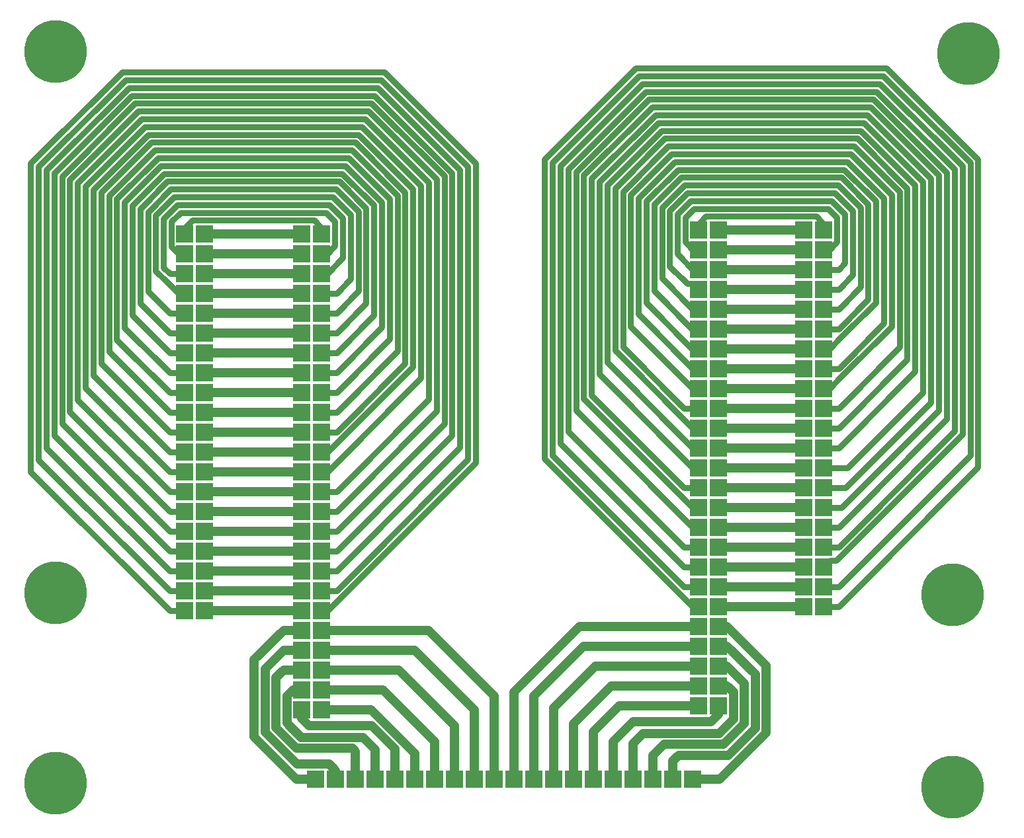
<source format=gbr>
G04 #@! TF.GenerationSoftware,KiCad,Pcbnew,(5.1.2)-2*
G04 #@! TF.CreationDate,2020-05-14T10:23:38+07:00*
G04 #@! TF.ProjectId,stm32_shield_test,73746d33-325f-4736-9869-656c645f7465,rev?*
G04 #@! TF.SameCoordinates,Original*
G04 #@! TF.FileFunction,Copper,L2,Bot*
G04 #@! TF.FilePolarity,Positive*
%FSLAX46Y46*%
G04 Gerber Fmt 4.6, Leading zero omitted, Abs format (unit mm)*
G04 Created by KiCad (PCBNEW (5.1.2)-2) date 2020-05-14 10:23:38*
%MOMM*%
%LPD*%
G04 APERTURE LIST*
%ADD10R,2.200000X2.200000*%
%ADD11C,8.000000*%
%ADD12C,1.200000*%
%ADD13C,0.800000*%
G04 APERTURE END LIST*
D10*
X151892000Y-128270000D03*
X149352000Y-128270000D03*
X151892000Y-125730000D03*
X149352000Y-125730000D03*
X151892000Y-123190000D03*
X149352000Y-123190000D03*
X151892000Y-120650000D03*
X149352000Y-120650000D03*
X151892000Y-118110000D03*
X149352000Y-118110000D03*
X151892000Y-115570000D03*
X149352000Y-115570000D03*
X151892000Y-113030000D03*
X149352000Y-113030000D03*
X151892000Y-110490000D03*
X149352000Y-110490000D03*
X151892000Y-107950000D03*
X149352000Y-107950000D03*
X151892000Y-105410000D03*
X149352000Y-105410000D03*
X151892000Y-102870000D03*
X149352000Y-102870000D03*
X151892000Y-100330000D03*
X149352000Y-100330000D03*
X151892000Y-97790000D03*
X149352000Y-97790000D03*
X151892000Y-95250000D03*
X149352000Y-95250000D03*
X151892000Y-92710000D03*
X149352000Y-92710000D03*
X151892000Y-90170000D03*
X149352000Y-90170000D03*
X151892000Y-87630000D03*
X149352000Y-87630000D03*
X151892000Y-85090000D03*
X149352000Y-85090000D03*
X151892000Y-82550000D03*
X149352000Y-82550000D03*
X151892000Y-80010000D03*
X149352000Y-80010000D03*
X151892000Y-77470000D03*
X149352000Y-77470000D03*
X151892000Y-74930000D03*
X149352000Y-74930000D03*
X151892000Y-72390000D03*
X149352000Y-72390000D03*
X151892000Y-69850000D03*
X149352000Y-69850000D03*
X151892000Y-67310000D03*
X149352000Y-67310000D03*
X98552000Y-67818000D03*
X101092000Y-67818000D03*
X98552000Y-70358000D03*
X101092000Y-70358000D03*
X98552000Y-72898000D03*
X101092000Y-72898000D03*
X98552000Y-75438000D03*
X101092000Y-75438000D03*
X98552000Y-77978000D03*
X101092000Y-77978000D03*
X98552000Y-80518000D03*
X101092000Y-80518000D03*
X98552000Y-83058000D03*
X101092000Y-83058000D03*
X98552000Y-85598000D03*
X101092000Y-85598000D03*
X98552000Y-88138000D03*
X101092000Y-88138000D03*
X98552000Y-90678000D03*
X101092000Y-90678000D03*
X98552000Y-93218000D03*
X101092000Y-93218000D03*
X98552000Y-95758000D03*
X101092000Y-95758000D03*
X98552000Y-98298000D03*
X101092000Y-98298000D03*
X98552000Y-100838000D03*
X101092000Y-100838000D03*
X98552000Y-103378000D03*
X101092000Y-103378000D03*
X98552000Y-105918000D03*
X101092000Y-105918000D03*
X98552000Y-108458000D03*
X101092000Y-108458000D03*
X98552000Y-110998000D03*
X101092000Y-110998000D03*
X98552000Y-113538000D03*
X101092000Y-113538000D03*
X98552000Y-116078000D03*
X101092000Y-116078000D03*
X98552000Y-118618000D03*
X101092000Y-118618000D03*
X98552000Y-121158000D03*
X101092000Y-121158000D03*
X98552000Y-123698000D03*
X101092000Y-123698000D03*
X98552000Y-126238000D03*
X101092000Y-126238000D03*
X98552000Y-128778000D03*
X101092000Y-128778000D03*
X100330000Y-137668000D03*
X102870000Y-137668000D03*
X105410000Y-137668000D03*
X107950000Y-137668000D03*
X110490000Y-137668000D03*
X113030000Y-137668000D03*
X115570000Y-137668000D03*
X118110000Y-137668000D03*
X120650000Y-137668000D03*
X123190000Y-137668000D03*
X125730000Y-137668000D03*
X128270000Y-137668000D03*
X130810000Y-137668000D03*
X133350000Y-137668000D03*
X135890000Y-137668000D03*
X138430000Y-137668000D03*
X140970000Y-137668000D03*
X143510000Y-137668000D03*
X146050000Y-137668000D03*
X148590000Y-137668000D03*
X86106000Y-67865001D03*
X83566000Y-67865001D03*
X86106000Y-70405001D03*
X83566000Y-70405001D03*
X86106000Y-72945001D03*
X83566000Y-72945001D03*
X86106000Y-75485001D03*
X83566000Y-75485001D03*
X86106000Y-78025001D03*
X83566000Y-78025001D03*
X86106000Y-80565001D03*
X83566000Y-80565001D03*
X86106000Y-83105001D03*
X83566000Y-83105001D03*
X86106000Y-85645001D03*
X83566000Y-85645001D03*
X86106000Y-88185001D03*
X83566000Y-88185001D03*
X86106000Y-90725001D03*
X83566000Y-90725001D03*
X86106000Y-93265001D03*
X83566000Y-93265001D03*
X86106000Y-95805001D03*
X83566000Y-95805001D03*
X86106000Y-98345001D03*
X83566000Y-98345001D03*
X86106000Y-100885001D03*
X83566000Y-100885001D03*
X86106000Y-103425001D03*
X83566000Y-103425001D03*
X86106000Y-105965001D03*
X83566000Y-105965001D03*
X86106000Y-108505001D03*
X83566000Y-108505001D03*
X86106000Y-111045001D03*
X83566000Y-111045001D03*
X86106000Y-113585001D03*
X83566000Y-113585001D03*
X86106000Y-116125001D03*
X83566000Y-116125001D03*
X162814000Y-115570000D03*
X165354000Y-115570000D03*
X162814000Y-113030000D03*
X165354000Y-113030000D03*
X162814000Y-110490000D03*
X165354000Y-110490000D03*
X162814000Y-107950000D03*
X165354000Y-107950000D03*
X162814000Y-105410000D03*
X165354000Y-105410000D03*
X162814000Y-102870000D03*
X165354000Y-102870000D03*
X162814000Y-100330000D03*
X165354000Y-100330000D03*
X162814000Y-97790000D03*
X165354000Y-97790000D03*
X162814000Y-95250000D03*
X165354000Y-95250000D03*
X162814000Y-92710000D03*
X165354000Y-92710000D03*
X162814000Y-90170000D03*
X165354000Y-90170000D03*
X162814000Y-87630000D03*
X165354000Y-87630000D03*
X162814000Y-85090000D03*
X165354000Y-85090000D03*
X162814000Y-82550000D03*
X165354000Y-82550000D03*
X162814000Y-80010000D03*
X165354000Y-80010000D03*
X162814000Y-77470000D03*
X165354000Y-77470000D03*
X162814000Y-74930000D03*
X165354000Y-74930000D03*
X162814000Y-72390000D03*
X165354000Y-72390000D03*
X162814000Y-69850000D03*
X165354000Y-69850000D03*
X162814000Y-67310000D03*
X165354000Y-67310000D03*
D11*
X183896000Y-44704000D03*
X181864000Y-138684000D03*
X67056000Y-138176000D03*
X67056000Y-44450000D03*
X67056000Y-113792000D03*
X181864000Y-114046000D03*
D12*
X86153001Y-67818000D02*
X86106000Y-67865001D01*
X98552000Y-67818000D02*
X86153001Y-67818000D01*
D13*
X83566000Y-67124999D02*
X83566000Y-67865001D01*
X84573000Y-66117999D02*
X83566000Y-67124999D01*
X100132001Y-66117999D02*
X84573000Y-66117999D01*
X101092000Y-67077998D02*
X100132001Y-66117999D01*
X101092000Y-67818000D02*
X101092000Y-67077998D01*
D12*
X86153001Y-70358000D02*
X86106000Y-70405001D01*
X98552000Y-70358000D02*
X86153001Y-70358000D01*
D13*
X82825998Y-70405001D02*
X83566000Y-70405001D01*
X81865999Y-66285000D02*
X81865999Y-69445002D01*
X101671991Y-65117989D02*
X83033010Y-65117989D01*
X102792001Y-66237999D02*
X101671991Y-65117989D01*
X102792001Y-69398001D02*
X102792001Y-66237999D01*
X81865999Y-69445002D02*
X82825998Y-70405001D01*
X83033010Y-65117989D02*
X81865999Y-66285000D01*
X101832002Y-70358000D02*
X102792001Y-69398001D01*
X101092000Y-70358000D02*
X101832002Y-70358000D01*
D12*
X86153001Y-72898000D02*
X86106000Y-72945001D01*
X98552000Y-72898000D02*
X86153001Y-72898000D01*
D13*
X80865989Y-72144990D02*
X81666000Y-72945001D01*
X80865989Y-65870783D02*
X80865989Y-72144990D01*
X82618793Y-64117979D02*
X80865989Y-65870783D01*
X102086208Y-64117979D02*
X82618793Y-64117979D01*
X103792011Y-65823782D02*
X102086208Y-64117979D01*
X103792011Y-70937991D02*
X103792011Y-65823782D01*
X101832002Y-72898000D02*
X103792011Y-70937991D01*
X81666000Y-72945001D02*
X83566000Y-72945001D01*
X101092000Y-72898000D02*
X101832002Y-72898000D01*
D12*
X86153001Y-75438000D02*
X86106000Y-75485001D01*
X98552000Y-75438000D02*
X86153001Y-75438000D01*
D13*
X81251782Y-73945009D02*
X81286006Y-73945009D01*
X79865979Y-65456566D02*
X79865979Y-72559206D01*
X102992000Y-75438000D02*
X104792021Y-73637979D01*
X101092000Y-75438000D02*
X102992000Y-75438000D01*
X79865979Y-72559206D02*
X81251782Y-73945009D01*
X104792021Y-73637979D02*
X104792021Y-65409565D01*
X104792021Y-65409565D02*
X102500425Y-63117969D01*
X82825998Y-75485001D02*
X83566000Y-75485001D01*
X102500425Y-63117969D02*
X82204576Y-63117969D01*
X81286006Y-73945009D02*
X82825998Y-75485001D01*
X82204576Y-63117969D02*
X79865979Y-65456566D01*
D12*
X86153001Y-77978000D02*
X86106000Y-78025001D01*
X98552000Y-77978000D02*
X86153001Y-77978000D01*
D13*
X81666000Y-78025001D02*
X83566000Y-78025001D01*
X78865969Y-75224970D02*
X81666000Y-78025001D01*
X78865969Y-65042349D02*
X78865969Y-75224970D01*
X81790359Y-62117959D02*
X78865969Y-65042349D01*
X102914642Y-62117959D02*
X81790359Y-62117959D01*
X105792031Y-75177969D02*
X105792031Y-64995348D01*
X105792031Y-64995348D02*
X102914642Y-62117959D01*
X102992000Y-77978000D02*
X105792031Y-75177969D01*
X101092000Y-77978000D02*
X102992000Y-77978000D01*
D12*
X86153001Y-80518000D02*
X86106000Y-80565001D01*
X98552000Y-80518000D02*
X86153001Y-80518000D01*
D13*
X81666000Y-80565001D02*
X83566000Y-80565001D01*
X77865959Y-76764960D02*
X81666000Y-80565001D01*
X77865959Y-64628132D02*
X77865959Y-76764960D01*
X81376142Y-61117949D02*
X77865959Y-64628132D01*
X103328859Y-61117949D02*
X81376142Y-61117949D01*
X106792041Y-64581131D02*
X103328859Y-61117949D01*
X106792041Y-76717959D02*
X106792041Y-64581131D01*
X102992000Y-80518000D02*
X106792041Y-76717959D01*
X101092000Y-80518000D02*
X102992000Y-80518000D01*
D12*
X86153001Y-83058000D02*
X86106000Y-83105001D01*
X98552000Y-83058000D02*
X86153001Y-83058000D01*
D13*
X81666000Y-83105001D02*
X83566000Y-83105001D01*
X76865949Y-78304950D02*
X81666000Y-83105001D01*
X76865949Y-64213915D02*
X76865949Y-78304950D01*
X80961925Y-60117939D02*
X76865949Y-64213915D01*
X103743076Y-60117939D02*
X80961925Y-60117939D01*
X107792051Y-64166914D02*
X103743076Y-60117939D01*
X107792051Y-78257949D02*
X107792051Y-64166914D01*
X102992000Y-83058000D02*
X107792051Y-78257949D01*
X101092000Y-83058000D02*
X102992000Y-83058000D01*
D12*
X86153001Y-85598000D02*
X86106000Y-85645001D01*
X98552000Y-85598000D02*
X86153001Y-85598000D01*
D13*
X81666000Y-85645001D02*
X83566000Y-85645001D01*
X75865939Y-79844940D02*
X81666000Y-85645001D01*
X80547708Y-59117929D02*
X75865939Y-63799698D01*
X75865939Y-63799698D02*
X75865939Y-79844940D01*
X104157293Y-59117929D02*
X80547708Y-59117929D01*
X108792061Y-63752697D02*
X104157293Y-59117929D01*
X108792061Y-79797939D02*
X108792061Y-63752697D01*
X102992000Y-85598000D02*
X108792061Y-79797939D01*
X101092000Y-85598000D02*
X102992000Y-85598000D01*
D12*
X86153001Y-88138000D02*
X86106000Y-88185001D01*
X98552000Y-88138000D02*
X86153001Y-88138000D01*
D13*
X81666000Y-88185001D02*
X83566000Y-88185001D01*
X74865929Y-81384930D02*
X81666000Y-88185001D01*
X80133491Y-58117919D02*
X74865929Y-63385481D01*
X104571510Y-58117919D02*
X80133491Y-58117919D01*
X109792071Y-63338480D02*
X104571510Y-58117919D01*
X74865929Y-63385481D02*
X74865929Y-81384930D01*
X109792071Y-81337929D02*
X109792071Y-63338480D01*
X102992000Y-88138000D02*
X109792071Y-81337929D01*
X101092000Y-88138000D02*
X102992000Y-88138000D01*
D12*
X86153001Y-90678000D02*
X86106000Y-90725001D01*
X98552000Y-90678000D02*
X86153001Y-90678000D01*
D13*
X73865919Y-82924920D02*
X81666000Y-90725001D01*
X79719274Y-57117909D02*
X73865919Y-62971264D01*
X73865919Y-62971264D02*
X73865919Y-82924920D01*
X104985727Y-57117909D02*
X79719274Y-57117909D01*
X110792081Y-62924263D02*
X104985727Y-57117909D01*
X110792081Y-82877919D02*
X110792081Y-62924263D01*
X102992000Y-90678000D02*
X110792081Y-82877919D01*
X81666000Y-90725001D02*
X83566000Y-90725001D01*
X101092000Y-90678000D02*
X102992000Y-90678000D01*
D12*
X86153001Y-93218000D02*
X86106000Y-93265001D01*
X98552000Y-93218000D02*
X86153001Y-93218000D01*
D13*
X81666000Y-93265001D02*
X83566000Y-93265001D01*
X72865909Y-84464910D02*
X81666000Y-93265001D01*
X72865909Y-62557047D02*
X72865909Y-84464910D01*
X79305057Y-56117899D02*
X72865909Y-62557047D01*
X105399944Y-56117899D02*
X79305057Y-56117899D01*
X111792091Y-62510046D02*
X105399944Y-56117899D01*
X111792091Y-84417909D02*
X111792091Y-62510046D01*
X102992000Y-93218000D02*
X111792091Y-84417909D01*
X101092000Y-93218000D02*
X102992000Y-93218000D01*
D12*
X86153001Y-95758000D02*
X86106000Y-95805001D01*
X98552000Y-95758000D02*
X86153001Y-95758000D01*
D13*
X81666000Y-95805001D02*
X83566000Y-95805001D01*
X71865899Y-62142830D02*
X71865899Y-86004900D01*
X71865899Y-86004900D02*
X81666000Y-95805001D01*
X78890840Y-55117889D02*
X71865899Y-62142830D01*
X105814161Y-55117889D02*
X78890840Y-55117889D01*
X112792101Y-62095829D02*
X105814161Y-55117889D01*
X112792101Y-84832126D02*
X112792101Y-62095829D01*
X101866227Y-95758000D02*
X112792101Y-84832126D01*
X101092000Y-95758000D02*
X101866227Y-95758000D01*
D12*
X86153001Y-98298000D02*
X86106000Y-98345001D01*
X98552000Y-98298000D02*
X86153001Y-98298000D01*
D13*
X81666000Y-98345001D02*
X83566000Y-98345001D01*
X70865889Y-87544890D02*
X81666000Y-98345001D01*
X78476623Y-54117879D02*
X70865889Y-61728613D01*
X106228378Y-54117879D02*
X78476623Y-54117879D01*
X113792111Y-61681612D02*
X106228378Y-54117879D01*
X113792111Y-86337891D02*
X113792111Y-61681612D01*
X70865889Y-61728613D02*
X70865889Y-87544890D01*
X101832002Y-98298000D02*
X113792111Y-86337891D01*
X101092000Y-98298000D02*
X101832002Y-98298000D01*
D12*
X86153001Y-100838000D02*
X86106000Y-100885001D01*
X98552000Y-100838000D02*
X86153001Y-100838000D01*
D13*
X81666000Y-100885001D02*
X83566000Y-100885001D01*
X69865879Y-89084880D02*
X81666000Y-100885001D01*
X69865879Y-61314396D02*
X69865879Y-89084880D01*
X106642595Y-53117869D02*
X78062406Y-53117869D01*
X114792121Y-61267395D02*
X106642595Y-53117869D01*
X114792121Y-89037879D02*
X114792121Y-61267395D01*
X102992000Y-100838000D02*
X114792121Y-89037879D01*
X78062406Y-53117869D02*
X69865879Y-61314396D01*
X101092000Y-100838000D02*
X102992000Y-100838000D01*
D12*
X86153001Y-103378000D02*
X86106000Y-103425001D01*
X98552000Y-103378000D02*
X86153001Y-103378000D01*
D13*
X81666000Y-103425001D02*
X83566000Y-103425001D01*
X68865869Y-90624870D02*
X81666000Y-103425001D01*
X68865869Y-60900179D02*
X68865869Y-90624870D01*
X77648189Y-52117859D02*
X68865869Y-60900179D01*
X107056812Y-52117859D02*
X77648189Y-52117859D01*
X115792131Y-60853178D02*
X107056812Y-52117859D01*
X115792131Y-90577869D02*
X115792131Y-60853178D01*
X102992000Y-103378000D02*
X115792131Y-90577869D01*
X101092000Y-103378000D02*
X102992000Y-103378000D01*
D12*
X86153001Y-105918000D02*
X86106000Y-105965001D01*
X98552000Y-105918000D02*
X86153001Y-105918000D01*
D13*
X81666000Y-105965001D02*
X83566000Y-105965001D01*
X67865859Y-92164860D02*
X81666000Y-105965001D01*
X67865859Y-60485962D02*
X67865859Y-92164860D01*
X77233972Y-51117849D02*
X67865859Y-60485962D01*
X107471029Y-51117849D02*
X77233972Y-51117849D01*
X116792141Y-60438961D02*
X107471029Y-51117849D01*
X116792141Y-92117859D02*
X116792141Y-60438961D01*
X102992000Y-105918000D02*
X116792141Y-92117859D01*
X101092000Y-105918000D02*
X102992000Y-105918000D01*
D12*
X86153001Y-108458000D02*
X86106000Y-108505001D01*
X98552000Y-108458000D02*
X86153001Y-108458000D01*
D13*
X81666000Y-108505001D02*
X83566000Y-108505001D01*
X66865849Y-93704850D02*
X81666000Y-108505001D01*
X66865849Y-60071745D02*
X66865849Y-93704850D01*
X76819755Y-50117839D02*
X66865849Y-60071745D01*
X107885246Y-50117839D02*
X76819755Y-50117839D01*
X117792151Y-60024744D02*
X107885246Y-50117839D01*
X117792151Y-93657849D02*
X117792151Y-60024744D01*
X102992000Y-108458000D02*
X117792151Y-93657849D01*
X101092000Y-108458000D02*
X102992000Y-108458000D01*
D12*
X86153001Y-110998000D02*
X86106000Y-111045001D01*
X98552000Y-110998000D02*
X86153001Y-110998000D01*
D13*
X65865839Y-59657528D02*
X65865839Y-95244840D01*
X76405538Y-49117829D02*
X65865839Y-59657528D01*
X108299463Y-49117829D02*
X76405538Y-49117829D01*
X118792161Y-59610527D02*
X108299463Y-49117829D01*
X118792161Y-95197839D02*
X118792161Y-59610527D01*
X81666000Y-111045001D02*
X83566000Y-111045001D01*
X102992000Y-110998000D02*
X118792161Y-95197839D01*
X65865839Y-95244840D02*
X81666000Y-111045001D01*
X101092000Y-110998000D02*
X102992000Y-110998000D01*
D12*
X86153001Y-113538000D02*
X86106000Y-113585001D01*
X98552000Y-113538000D02*
X86153001Y-113538000D01*
D13*
X81666000Y-113585001D02*
X83566000Y-113585001D01*
X64865829Y-96784830D02*
X81666000Y-113585001D01*
X75991321Y-48117819D02*
X64865829Y-59243311D01*
X108713680Y-48117819D02*
X75991321Y-48117819D01*
X64865829Y-59243311D02*
X64865829Y-96784830D01*
X119792171Y-59196310D02*
X108713680Y-48117819D01*
X119792171Y-96737829D02*
X119792171Y-59196310D01*
X102992000Y-113538000D02*
X119792171Y-96737829D01*
X101092000Y-113538000D02*
X102992000Y-113538000D01*
D12*
X86153001Y-116078000D02*
X86106000Y-116125001D01*
X98552000Y-116078000D02*
X86153001Y-116078000D01*
D13*
X81666000Y-116125001D02*
X83566000Y-116125001D01*
X63865819Y-98324820D02*
X81666000Y-116125001D01*
X63865819Y-58829094D02*
X63865819Y-98324820D01*
X75577104Y-47117809D02*
X63865819Y-58829094D01*
X109127897Y-47117809D02*
X75577104Y-47117809D01*
X120792181Y-58782093D02*
X109127897Y-47117809D01*
X120792181Y-97152046D02*
X120792181Y-58782093D01*
X101866226Y-116078000D02*
X120792181Y-97152046D01*
X101092000Y-116078000D02*
X101866226Y-116078000D01*
D12*
X151892000Y-67310000D02*
X162814000Y-67310000D01*
X151892000Y-69850000D02*
X162814000Y-69850000D01*
X151892000Y-72390000D02*
X162945999Y-72390000D01*
X162945999Y-72390000D02*
X162814000Y-72390000D01*
X151892000Y-74930000D02*
X162814000Y-74930000D01*
X151892000Y-77470000D02*
X162814000Y-77470000D01*
X151892000Y-80010000D02*
X162814000Y-80010000D01*
X151892000Y-82550000D02*
X162814000Y-82550000D01*
X151892000Y-85090000D02*
X162814000Y-85090000D01*
X151892000Y-87630000D02*
X162814000Y-87630000D01*
X151892000Y-90170000D02*
X162814000Y-90170000D01*
D13*
X167254000Y-115570000D02*
X165354000Y-115570000D01*
X185102040Y-97721960D02*
X167254000Y-115570000D01*
X173389912Y-46609832D02*
X185102040Y-58321956D01*
X185102040Y-58321956D02*
X185102040Y-97721960D01*
X141316118Y-46609824D02*
X173389912Y-46609832D01*
X129651829Y-58274076D02*
X141316118Y-46609824D01*
X129651827Y-58274078D02*
X129651829Y-58274076D01*
X129651827Y-96644054D02*
X129651827Y-58274078D01*
X148577774Y-115570000D02*
X129651827Y-96644054D01*
X149352000Y-115570000D02*
X148577774Y-115570000D01*
X167254000Y-113030000D02*
X165354000Y-113030000D01*
X184102030Y-96181970D02*
X167254000Y-113030000D01*
X184102030Y-58736173D02*
X184102030Y-96181970D01*
X141730334Y-47609833D02*
X172975694Y-47609840D01*
X130651837Y-58688295D02*
X141730334Y-47609833D01*
X172975694Y-47609840D02*
X184102030Y-58736173D01*
X130651837Y-96229837D02*
X130651837Y-58688295D01*
X147452000Y-113030000D02*
X130651837Y-96229837D01*
X149352000Y-113030000D02*
X147452000Y-113030000D01*
X183102020Y-93516206D02*
X166968225Y-109650001D01*
X183102020Y-59150390D02*
X183102020Y-93516206D01*
X147452000Y-110490000D02*
X131651847Y-94689847D01*
X149352000Y-110490000D02*
X147452000Y-110490000D01*
X131651847Y-59102513D02*
X142144550Y-48609842D01*
X131651847Y-94689847D02*
X131651847Y-59102513D01*
X142144550Y-48609842D02*
X172561476Y-48609848D01*
X172561476Y-48609848D02*
X183102020Y-59150390D01*
X166193999Y-109650001D02*
X165354000Y-110490000D01*
X166968225Y-109650001D02*
X166193999Y-109650001D01*
X167254000Y-107950000D02*
X165354000Y-107950000D01*
X182102010Y-59564607D02*
X182102010Y-93101990D01*
X172147258Y-49609856D02*
X182102010Y-59564607D01*
X142558766Y-49609851D02*
X172147258Y-49609856D01*
X132651855Y-59516732D02*
X142558766Y-49609851D01*
X147452000Y-107950000D02*
X132651855Y-93149855D01*
X182102010Y-93101990D02*
X167254000Y-107950000D01*
X132651855Y-93149855D02*
X132651855Y-59516732D01*
X149352000Y-107950000D02*
X147452000Y-107950000D01*
X171733040Y-50609864D02*
X181102000Y-59978824D01*
X142972982Y-50609860D02*
X171733040Y-50609864D01*
X133651863Y-59930951D02*
X142972982Y-50609860D01*
X133651863Y-90449865D02*
X133651863Y-59930951D01*
X149352000Y-105410000D02*
X148611998Y-105410000D01*
X148611998Y-105410000D02*
X133651863Y-90449865D01*
X167254000Y-105410000D02*
X165354000Y-105410000D01*
X181102000Y-91562000D02*
X167254000Y-105410000D01*
X181102000Y-59978824D02*
X181102000Y-91562000D01*
X167254000Y-102870000D02*
X165354000Y-102870000D01*
X167640000Y-102870000D02*
X167254000Y-102870000D01*
X180054131Y-90455869D02*
X167640000Y-102870000D01*
X180054131Y-60345178D02*
X180054131Y-90455869D01*
X143387198Y-51609869D02*
X171318822Y-51609873D01*
X171318822Y-51609873D02*
X180054131Y-60345178D01*
X134651875Y-60345167D02*
X143387198Y-51609869D01*
X134651873Y-88944100D02*
X134651873Y-60345169D01*
X148577773Y-102870000D02*
X134651873Y-88944100D01*
X134651873Y-60345169D02*
X134651875Y-60345167D01*
X149352000Y-102870000D02*
X148577773Y-102870000D01*
X167254000Y-100330000D02*
X165354000Y-100330000D01*
X179054121Y-89423879D02*
X168148000Y-100330000D01*
X179054121Y-60759395D02*
X179054121Y-89423879D01*
X143801414Y-52609878D02*
X170904604Y-52609882D01*
X170904604Y-52609882D02*
X179054121Y-60759395D01*
X135651883Y-88529883D02*
X135651883Y-60759386D01*
X147452000Y-100330000D02*
X135651883Y-88529883D01*
X168148000Y-100330000D02*
X167254000Y-100330000D01*
X135651883Y-60759386D02*
X143801414Y-52609878D01*
X149352000Y-100330000D02*
X147452000Y-100330000D01*
X167254000Y-97790000D02*
X165354000Y-97790000D01*
X168402000Y-97790000D02*
X167254000Y-97790000D01*
X178054111Y-88137889D02*
X168402000Y-97790000D01*
X178054111Y-61173612D02*
X178054111Y-88137889D01*
X170490386Y-53609890D02*
X178054111Y-61173612D01*
X144215630Y-53609887D02*
X170490386Y-53609890D01*
X136651891Y-61173605D02*
X144215630Y-53609887D01*
X136651891Y-85829893D02*
X136651891Y-61173605D01*
X148611998Y-97790000D02*
X136651891Y-85829893D01*
X149352000Y-97790000D02*
X148611998Y-97790000D01*
X167254000Y-95250000D02*
X165354000Y-95250000D01*
X177054101Y-85449899D02*
X167254000Y-95250000D01*
X177054101Y-61587829D02*
X177054101Y-85449899D01*
X170076168Y-54609899D02*
X177054101Y-61587829D01*
X144629846Y-54609896D02*
X170076168Y-54609899D01*
X137651901Y-61587823D02*
X144629846Y-54609896D01*
X148611998Y-95250000D02*
X137651901Y-84289903D01*
X137651901Y-84289903D02*
X137651901Y-61587823D01*
X149352000Y-95250000D02*
X148611998Y-95250000D01*
X167254000Y-92710000D02*
X165354000Y-92710000D01*
X176054091Y-83909909D02*
X167254000Y-92710000D01*
X169661950Y-55609908D02*
X176054091Y-62002046D01*
X145044062Y-55609905D02*
X169661950Y-55609908D01*
X176054091Y-62002046D02*
X176054091Y-83909909D01*
X138651911Y-62002041D02*
X145044062Y-55609905D01*
X138651911Y-82784138D02*
X138651911Y-62002041D01*
X148577773Y-92710000D02*
X138651911Y-82784138D01*
X149352000Y-92710000D02*
X148577773Y-92710000D01*
X167254000Y-90170000D02*
X165354000Y-90170000D01*
X175054081Y-62416263D02*
X175054081Y-82369919D01*
X169247732Y-56609917D02*
X175054081Y-62416263D01*
X145458278Y-56609914D02*
X169247732Y-56609917D01*
X175054081Y-82369919D02*
X167254000Y-90170000D01*
X139651919Y-62416260D02*
X145458278Y-56609914D01*
X139651919Y-82369919D02*
X139651919Y-62416260D01*
X147452000Y-90170000D02*
X139651919Y-82369919D01*
X149352000Y-90170000D02*
X147452000Y-90170000D01*
X166094002Y-87630000D02*
X165354000Y-87630000D01*
X174054071Y-79704155D02*
X167668218Y-86090008D01*
X148611998Y-87630000D02*
X140651929Y-79669931D01*
X167633994Y-86090008D02*
X166094002Y-87630000D01*
X149352000Y-87630000D02*
X148611998Y-87630000D01*
X140651929Y-79669931D02*
X140651929Y-62830478D01*
X167668218Y-86090008D02*
X167633994Y-86090008D01*
X140651929Y-62830478D02*
X145872494Y-57609923D01*
X174054071Y-62830480D02*
X174054071Y-79704155D01*
X145872494Y-57609923D02*
X168833514Y-57609925D01*
X168833514Y-57609925D02*
X174054071Y-62830480D01*
X173054061Y-79289939D02*
X167254000Y-85090000D01*
X167254000Y-85090000D02*
X165354000Y-85090000D01*
X146286710Y-58609932D02*
X168419296Y-58609934D01*
X168419296Y-58609934D02*
X173054061Y-63244697D01*
X141651939Y-63244696D02*
X146286710Y-58609932D01*
X141651939Y-78129941D02*
X141651939Y-63244696D01*
X148611998Y-85090000D02*
X141651939Y-78129941D01*
X173054061Y-63244697D02*
X173054061Y-79289939D01*
X149352000Y-85090000D02*
X148611998Y-85090000D01*
X166094002Y-82550000D02*
X165354000Y-82550000D01*
X167633994Y-81010008D02*
X166094002Y-82550000D01*
X167668218Y-81010008D02*
X167633994Y-81010008D01*
X172054051Y-63658914D02*
X172054051Y-76624175D01*
X148512001Y-82550000D02*
X142651949Y-76689948D01*
X172054051Y-76624175D02*
X167668218Y-81010008D01*
X149352000Y-82550000D02*
X148512001Y-82550000D01*
X142651949Y-76689948D02*
X142651949Y-63658914D01*
X142651949Y-63658914D02*
X146700926Y-59609941D01*
X146700926Y-59609941D02*
X168005078Y-59609943D01*
X168005078Y-59609943D02*
X172054051Y-63658914D01*
X171054041Y-64073131D02*
X171054041Y-76209959D01*
X167590860Y-60609952D02*
X171054041Y-64073131D01*
X147115142Y-60609950D02*
X167590860Y-60609952D01*
X171054041Y-76209959D02*
X167254000Y-80010000D01*
X143651959Y-64073131D02*
X147115142Y-60609950D01*
X143651959Y-75149958D02*
X143651959Y-64073131D01*
X148512001Y-80010000D02*
X143651959Y-75149958D01*
X149352000Y-80010000D02*
X148512001Y-80010000D01*
X167254000Y-80010000D02*
X165354000Y-80010000D01*
X170054031Y-74669969D02*
X167254000Y-77470000D01*
X170054031Y-64487348D02*
X170054031Y-74669969D01*
X167176642Y-61609960D02*
X170054031Y-64487348D01*
X147529358Y-61609959D02*
X167176642Y-61609960D01*
X144651969Y-64487348D02*
X147529358Y-61609959D01*
X144651969Y-73509971D02*
X144651969Y-64487348D01*
X148611998Y-77470000D02*
X144651969Y-73509971D01*
X149352000Y-77470000D02*
X148611998Y-77470000D01*
X167254000Y-77470000D02*
X165354000Y-77470000D01*
X169054021Y-73129979D02*
X167254000Y-74930000D01*
X169054021Y-64901565D02*
X169054021Y-73129979D01*
X166762424Y-62609969D02*
X169054021Y-64901565D01*
X147943575Y-62609969D02*
X166762424Y-62609969D01*
X145651979Y-64901565D02*
X147943575Y-62609969D01*
X145651979Y-71969981D02*
X145651979Y-64901565D01*
X147891999Y-74210001D02*
X145651979Y-71969981D01*
X148632001Y-74210001D02*
X147891999Y-74210001D01*
X149352000Y-74930000D02*
X148632001Y-74210001D01*
X167254000Y-74930000D02*
X165354000Y-74930000D01*
X168054011Y-71589989D02*
X167254000Y-72390000D01*
X168054011Y-65315782D02*
X168054011Y-71589989D01*
X148357792Y-63609979D02*
X166348208Y-63609979D01*
X146651989Y-65315782D02*
X148357792Y-63609979D01*
X146651989Y-70429991D02*
X146651989Y-65315782D01*
X166348208Y-63609979D02*
X168054011Y-65315782D01*
X148611998Y-72390000D02*
X146651989Y-70429991D01*
X149352000Y-72390000D02*
X148611998Y-72390000D01*
X167254000Y-72390000D02*
X165354000Y-72390000D01*
X166094002Y-69850000D02*
X165354000Y-69850000D01*
X167054001Y-68890001D02*
X166094002Y-69850000D01*
X165933991Y-64609989D02*
X167054001Y-65729999D01*
X167054001Y-65729999D02*
X167054001Y-68890001D01*
X148772009Y-64609989D02*
X165933991Y-64609989D01*
X147651999Y-65729999D02*
X148772009Y-64609989D01*
X147651999Y-68890001D02*
X147651999Y-65729999D01*
X148611998Y-69850000D02*
X147651999Y-68890001D01*
X149352000Y-69850000D02*
X148611998Y-69850000D01*
X165354000Y-66569998D02*
X165354000Y-67310000D01*
X164394001Y-65609999D02*
X165354000Y-66569998D01*
X150311999Y-65609999D02*
X164394001Y-65609999D01*
X149352000Y-66569998D02*
X150311999Y-65609999D01*
X149352000Y-67310000D02*
X149352000Y-66569998D01*
D12*
X98030000Y-137668000D02*
X100330000Y-137668000D01*
X97862259Y-137668000D02*
X98030000Y-137668000D01*
X92451969Y-132257710D02*
X97862259Y-137668000D01*
X92451969Y-122418031D02*
X92451969Y-132257710D01*
X96252000Y-118618000D02*
X92451969Y-122418031D01*
X98552000Y-118618000D02*
X96252000Y-118618000D01*
X101092000Y-118618000D02*
X114808000Y-118618000D01*
X123190000Y-127000000D02*
X123190000Y-137668000D01*
X114808000Y-118618000D02*
X123190000Y-127000000D01*
X102070001Y-135767999D02*
X102870000Y-136567998D01*
X97942171Y-135767999D02*
X102070001Y-135767999D01*
X93851979Y-131677807D02*
X97942171Y-135767999D01*
X93851979Y-123558021D02*
X93851979Y-131677807D01*
X96252000Y-121158000D02*
X93851979Y-123558021D01*
X102870000Y-136567998D02*
X102870000Y-137668000D01*
X98552000Y-121158000D02*
X96252000Y-121158000D01*
X101092000Y-121158000D02*
X113030000Y-121158000D01*
X120650000Y-128778000D02*
X120650000Y-137668000D01*
X113030000Y-121158000D02*
X120650000Y-128778000D01*
X95251989Y-131097904D02*
X97888095Y-133734010D01*
X95251989Y-124698011D02*
X95251989Y-131097904D01*
X98552000Y-123698000D02*
X96252000Y-123698000D01*
X96252000Y-123698000D02*
X95251989Y-124698011D01*
X97888095Y-133734010D02*
X105032010Y-133734010D01*
X105410000Y-134112000D02*
X105410000Y-137668000D01*
X105032010Y-133734010D02*
X105410000Y-134112000D01*
X101092000Y-123698000D02*
X110998000Y-123698000D01*
X118110000Y-130810000D02*
X118110000Y-137668000D01*
X110998000Y-123698000D02*
X118110000Y-130810000D01*
X96651999Y-130518001D02*
X98467998Y-132334000D01*
X96651999Y-127037999D02*
X96651999Y-130518001D01*
X98552000Y-126238000D02*
X97451998Y-126238000D01*
X97451998Y-126238000D02*
X96651999Y-127037999D01*
X98467998Y-132334000D02*
X106426000Y-132334000D01*
X107950000Y-133858000D02*
X107950000Y-137668000D01*
X106426000Y-132334000D02*
X107950000Y-133858000D01*
X101092000Y-126238000D02*
X108966000Y-126238000D01*
X115570000Y-135368000D02*
X115570000Y-137668000D01*
X115570000Y-132842000D02*
X115570000Y-135368000D01*
X108966000Y-126238000D02*
X115570000Y-132842000D01*
X98552000Y-129878002D02*
X99483998Y-130810000D01*
X98552000Y-128778000D02*
X98552000Y-129878002D01*
X99483998Y-130810000D02*
X107494088Y-130810000D01*
X110490000Y-133805912D02*
X110490000Y-137668000D01*
X107494088Y-130810000D02*
X110490000Y-133805912D01*
X113030000Y-134366000D02*
X113030000Y-137668000D01*
X101092000Y-128778000D02*
X107442000Y-128778000D01*
X107442000Y-128778000D02*
X113030000Y-134366000D01*
X151892000Y-129370002D02*
X150960002Y-130302000D01*
X151892000Y-128270000D02*
X151892000Y-129370002D01*
X150960002Y-130302000D02*
X140970000Y-130302000D01*
X138430000Y-132842000D02*
X138430000Y-137668000D01*
X140970000Y-130302000D02*
X138430000Y-132842000D01*
X149352000Y-128270000D02*
X139192000Y-128270000D01*
X135890000Y-131572000D02*
X135890000Y-137668000D01*
X139192000Y-128270000D02*
X135890000Y-131572000D01*
X153792001Y-130010001D02*
X151976002Y-131826000D01*
X153792001Y-126529999D02*
X153792001Y-130010001D01*
X151892000Y-125730000D02*
X152992002Y-125730000D01*
X152992002Y-125730000D02*
X153792001Y-126529999D01*
X151976002Y-131826000D02*
X142240000Y-131826000D01*
X140970000Y-133096000D02*
X140970000Y-137668000D01*
X142240000Y-131826000D02*
X140970000Y-133096000D01*
X149352000Y-125730000D02*
X138176000Y-125730000D01*
X133350000Y-130556000D02*
X133350000Y-137668000D01*
X138176000Y-125730000D02*
X133350000Y-130556000D01*
X155192011Y-130589904D02*
X152555905Y-133226010D01*
X155192011Y-125390009D02*
X155192011Y-130589904D01*
X151892000Y-123190000D02*
X152992002Y-123190000D01*
X152992002Y-123190000D02*
X155192011Y-125390009D01*
X152555905Y-133226010D02*
X144903990Y-133226010D01*
X143510000Y-134620000D02*
X143510000Y-137668000D01*
X144903990Y-133226010D02*
X143510000Y-134620000D01*
X149352000Y-123190000D02*
X136144000Y-123190000D01*
X130810000Y-128524000D02*
X130810000Y-137668000D01*
X136144000Y-123190000D02*
X130810000Y-128524000D01*
X146050000Y-135368000D02*
X146050000Y-137668000D01*
X151892000Y-120650000D02*
X152992002Y-120650000D01*
X156592021Y-124250019D02*
X156592021Y-131169807D01*
X152992002Y-120650000D02*
X156592021Y-124250019D01*
X156592021Y-131169807D02*
X153135808Y-134626020D01*
X153135808Y-134626020D02*
X146791980Y-134626020D01*
X146791980Y-134626020D02*
X146050000Y-135368000D01*
X149352000Y-120650000D02*
X134620000Y-120650000D01*
X128270000Y-127000000D02*
X128270000Y-137668000D01*
X134620000Y-120650000D02*
X128270000Y-127000000D01*
X150890000Y-137668000D02*
X148590000Y-137668000D01*
X152073741Y-137668000D02*
X150890000Y-137668000D01*
X157992031Y-131749710D02*
X152073741Y-137668000D01*
X157992031Y-123110029D02*
X157992031Y-131749710D01*
X152992002Y-118110000D02*
X157992031Y-123110029D01*
X151892000Y-118110000D02*
X152992002Y-118110000D01*
X149352000Y-118110000D02*
X134112000Y-118110000D01*
X125730000Y-126492000D02*
X125730000Y-137668000D01*
X134112000Y-118110000D02*
X125730000Y-126492000D01*
X151892000Y-115570000D02*
X162814000Y-115570000D01*
X151892000Y-113030000D02*
X162814000Y-113030000D01*
X151892000Y-110490000D02*
X162814000Y-110490000D01*
X151892000Y-107950000D02*
X162814000Y-107950000D01*
X151892000Y-105410000D02*
X162814000Y-105410000D01*
X151892000Y-102870000D02*
X162814000Y-102870000D01*
X151892000Y-100330000D02*
X162814000Y-100330000D01*
X151892000Y-97790000D02*
X162814000Y-97790000D01*
X151892000Y-95250000D02*
X162814000Y-95250000D01*
X151892000Y-92710000D02*
X162814000Y-92710000D01*
M02*

</source>
